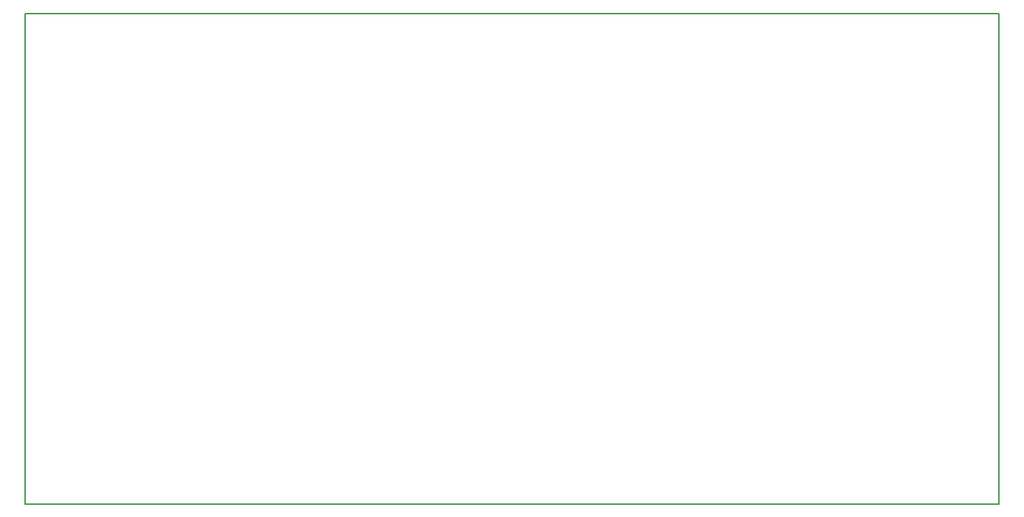
<source format=gm1>
G75*
G70*
%OFA0B0*%
%FSLAX24Y24*%
%IPPOS*%
%LPD*%
%AMOC8*
5,1,8,0,0,1.08239X$1,22.5*
%
%ADD10C,0.0079*%
D10*
X000139Y000160D02*
X000139Y022995D01*
X045415Y022995D01*
X045415Y000160D01*
X000139Y000160D01*
M02*

</source>
